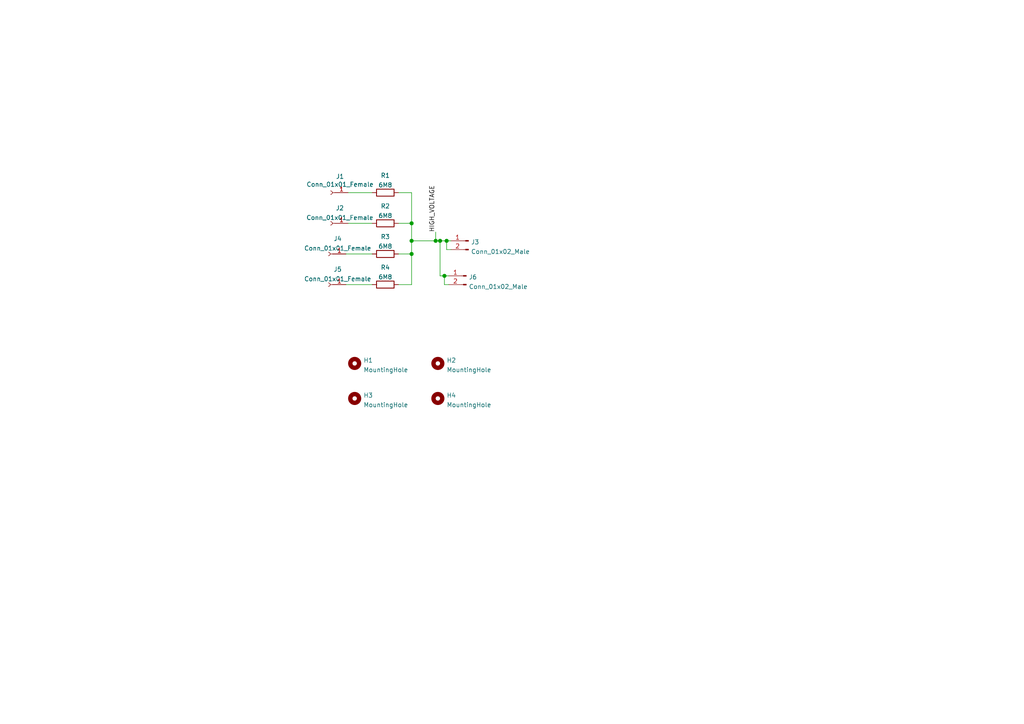
<source format=kicad_sch>
(kicad_sch (version 20210621) (generator eeschema)
  (paper "A4")
  (lib_symbols
    (symbol "Connector:Conn_01x01_Female" (pin_names (offset 1.016) hide)
      (property "Reference" "J" (at 0 2.54 0))
      (property "Value" "Conn_01x01_Female" (at 0 -2.54 0))
      (symbol "Conn_01x01_Female_1_1"
        (arc (start 0 0.508) (end 0 -0.508) (radius (at 0 0) (length 0.508) (angles 90.1 -90.1)) (stroke (width 0.1524)))
        (polyline (pts (xy -1.27 0) (xy -0.508 0)) (stroke (width 0.1524)))
        (pin passive line (at -5.08 0 0) (length 3.81) (name "Pin_1") (number "1"))
      )
    )
    (symbol "Connector:Conn_01x02_Male" (pin_names (offset 1.016) hide)
      (property "Reference" "J" (at 0 2.54 0))
      (property "Value" "Conn_01x02_Male" (at 0 -5.08 0))
      (symbol "Conn_01x02_Male_1_1"
        (rectangle (start 0.8636 -2.413) (end 0 -2.667) (stroke (width 0.1524)) (fill (type outline)))
        (rectangle (start 0.8636 0.127) (end 0 -0.127) (stroke (width 0.1524)) (fill (type outline)))
        (polyline (pts (xy 1.27 -2.54) (xy 0.8636 -2.54)) (stroke (width 0.1524)))
        (polyline (pts (xy 1.27 0) (xy 0.8636 0)) (stroke (width 0.1524)))
        (pin passive line (at 5.08 0 180) (length 3.81) (name "Pin_1") (number "1"))
        (pin passive line (at 5.08 -2.54 180) (length 3.81) (name "Pin_2") (number "2"))
      )
    )
    (symbol "Device:R" (pin_numbers hide) (pin_names (offset 0))
      (property "Reference" "R" (at 2.032 0 90))
      (property "Value" "R" (at 0 0 90))
      (symbol "R_0_1"
        (rectangle (start -1.016 -2.54) (end 1.016 2.54) (stroke (width 0.254)))
      )
      (symbol "R_1_1"
        (pin passive line (at 0 3.81 270) (length 1.27) (name "~") (number "1"))
        (pin passive line (at 0 -3.81 90) (length 1.27) (name "~") (number "2"))
      )
    )
    (symbol "Mechanical:MountingHole" (pin_names (offset 1.016))
      (property "Reference" "H" (at 0 5.08 0))
      (property "Value" "MountingHole" (at 0 3.175 0))
      (symbol "MountingHole_0_1"
        (circle (center 0 0) (radius 1.27) (stroke (width 1.27)))
      )
    )
  )
  (junction (at 119.38 64.77) (diameter 1.016))
  (junction (at 119.38 69.85) (diameter 1.016))
  (junction (at 119.38 73.66) (diameter 1.016))
  (junction (at 126.365 69.85) (diameter 1.016))
  (junction (at 127.635 69.85) (diameter 1.016))
  (junction (at 128.905 80.01) (diameter 1.016))
  (junction (at 129.54 69.85) (diameter 1.016))
  (wire (pts (xy 100.33 73.66) (xy 107.95 73.66)))
  (wire (pts (xy 100.33 82.55) (xy 107.95 82.55)))
  (wire (pts (xy 100.965 55.88) (xy 107.95 55.88)))
  (wire (pts (xy 100.965 64.77) (xy 107.95 64.77)))
  (wire (pts (xy 115.57 64.77) (xy 119.38 64.77)))
  (wire (pts (xy 115.57 73.66) (xy 119.38 73.66)))
  (wire (pts (xy 115.57 82.55) (xy 119.38 82.55)))
  (wire (pts (xy 119.38 55.88) (xy 115.57 55.88)))
  (wire (pts (xy 119.38 64.77) (xy 119.38 55.88)))
  (wire (pts (xy 119.38 69.85) (xy 119.38 64.77)))
  (wire (pts (xy 119.38 69.85) (xy 126.365 69.85)))
  (wire (pts (xy 119.38 73.66) (xy 119.38 69.85)))
  (wire (pts (xy 119.38 82.55) (xy 119.38 73.66)))
  (wire (pts (xy 126.365 67.31) (xy 126.365 69.85)))
  (wire (pts (xy 126.365 69.85) (xy 127.635 69.85)))
  (wire (pts (xy 127.635 69.85) (xy 127.635 80.01)))
  (wire (pts (xy 127.635 69.85) (xy 129.54 69.85)))
  (wire (pts (xy 127.635 80.01) (xy 128.905 80.01)))
  (wire (pts (xy 128.905 80.01) (xy 130.175 80.01)))
  (wire (pts (xy 128.905 82.55) (xy 128.905 80.01)))
  (wire (pts (xy 129.54 69.85) (xy 130.81 69.85)))
  (wire (pts (xy 129.54 72.39) (xy 129.54 69.85)))
  (wire (pts (xy 130.175 82.55) (xy 128.905 82.55)))
  (wire (pts (xy 130.81 72.39) (xy 129.54 72.39)))
  (label "HIGH_VOLTAGE" (at 126.365 67.31 90))
  (symbol (lib_id "Connector:Conn_01x01_Female") (at 95.25 73.66 0) (mirror y) (unit 1)
    (property "Reference" "J4" (at 97.9424 69.2362 0))
    (property "Value" "Conn_01x01_Female" (at 97.9424 72.0113 0))
    (property "Footprint" "HVGeigerTubeConnector:GeigerTubeConnector" (effects hide))
  )
  (symbol (lib_id "Connector:Conn_01x01_Female") (at 95.25 82.55 0) (mirror y) (unit 1)
    (property "Reference" "J5" (at 97.9424 78.1262 0))
    (property "Value" "Conn_01x01_Female" (at 97.9424 80.9013 0))
    (property "Footprint" "HVGeigerTubeConnector:GeigerTubeConnector" (effects hide))
  )
  (symbol (lib_id "Connector:Conn_01x01_Female") (at 95.885 55.88 0) (mirror y) (unit 1)
    (property "Reference" "J1" (at 98.6282 51.181 0))
    (property "Value" "Conn_01x01_Female" (at 98.6282 53.4924 0))
    (property "Footprint" "HVGeigerTubeConnector:GeigerTubeConnector" (effects hide))
  )
  (symbol (lib_id "Connector:Conn_01x01_Female") (at 95.885 64.77 0) (mirror y) (unit 1)
    (property "Reference" "J2" (at 98.5774 60.3462 0))
    (property "Value" "Conn_01x01_Female" (at 98.5774 63.1213 0))
    (property "Footprint" "HVGeigerTubeConnector:GeigerTubeConnector" (effects hide))
  )
  (symbol (lib_id "Mechanical:MountingHole") (at 102.87 105.41 0) (unit 1)
    (property "Reference" "H1" (at 105.4101 104.5015 0) (effects (justify left)))
    (property "Value" "MountingHole" (at 105.4101 107.2766 0) (effects (justify left)))
    (property "Footprint" "MountingHole:MountingHole_3.5mm" (effects hide))
  )
  (symbol (lib_id "Mechanical:MountingHole") (at 102.87 115.57 0) (unit 1)
    (property "Reference" "H3" (at 105.4101 114.6615 0) (effects (justify left)))
    (property "Value" "MountingHole" (at 105.4101 117.4366 0) (effects (justify left)))
    (property "Footprint" "MountingHole:MountingHole_3.5mm" (effects hide))
  )
  (symbol (lib_id "Mechanical:MountingHole") (at 127 105.41 0) (unit 1)
    (property "Reference" "H2" (at 129.5401 104.5015 0) (effects (justify left)))
    (property "Value" "MountingHole" (at 129.5401 107.2766 0) (effects (justify left)))
    (property "Footprint" "MountingHole:MountingHole_3.5mm" (effects hide))
  )
  (symbol (lib_id "Mechanical:MountingHole") (at 127 115.57 0) (unit 1)
    (property "Reference" "H4" (at 129.5401 114.6615 0) (effects (justify left)))
    (property "Value" "MountingHole" (at 129.5401 117.4366 0) (effects (justify left)))
    (property "Footprint" "MountingHole:MountingHole_3.5mm" (effects hide))
  )
  (symbol (lib_id "Connector:Conn_01x02_Male") (at 135.255 80.01 0) (mirror y) (unit 1)
    (property "Reference" "J6" (at 135.9663 80.3715 0) (effects (justify right)))
    (property "Value" "Conn_01x02_Male" (at 135.9663 83.1466 0) (effects (justify right)))
    (property "Footprint" "Connector_PinHeader_2.54mm:PinHeader_1x02_P2.54mm_Horizontal" (effects hide))
  )
  (symbol (lib_id "Connector:Conn_01x02_Male") (at 135.89 69.85 0) (mirror y) (unit 1)
    (property "Reference" "J3" (at 136.6013 70.2115 0) (effects (justify right)))
    (property "Value" "Conn_01x02_Male" (at 136.6013 72.9866 0) (effects (justify right)))
    (property "Footprint" "Connector_PinHeader_2.54mm:PinHeader_1x02_P2.54mm_Horizontal" (effects hide))
  )
  (symbol (lib_id "Device:R") (at 111.76 55.88 270) (unit 1)
    (property "Reference" "R1" (at 111.76 50.8974 90))
    (property "Value" "6M8" (at 111.76 53.6725 90))
    (property "Footprint" "Resistor_THT:R_Axial_DIN0207_L6.3mm_D2.5mm_P10.16mm_Horizontal" (effects hide))
  )
  (symbol (lib_id "Device:R") (at 111.76 64.77 270) (unit 1)
    (property "Reference" "R2" (at 111.76 59.7874 90))
    (property "Value" "6M8" (at 111.76 62.5625 90))
    (property "Footprint" "Resistor_THT:R_Axial_DIN0207_L6.3mm_D2.5mm_P10.16mm_Horizontal" (effects hide))
  )
  (symbol (lib_id "Device:R") (at 111.76 73.66 270) (unit 1)
    (property "Reference" "R3" (at 111.76 68.6774 90))
    (property "Value" "6M8" (at 111.76 71.4525 90))
    (property "Footprint" "Resistor_THT:R_Axial_DIN0207_L6.3mm_D2.5mm_P10.16mm_Horizontal" (effects hide))
  )
  (symbol (lib_id "Device:R") (at 111.76 82.55 270) (unit 1)
    (property "Reference" "R4" (at 111.76 77.5674 90))
    (property "Value" "6M8" (at 111.76 80.3425 90))
    (property "Footprint" "Resistor_THT:R_Axial_DIN0207_L6.3mm_D2.5mm_P10.16mm_Horizontal" (effects hide))
  )
)
</source>
